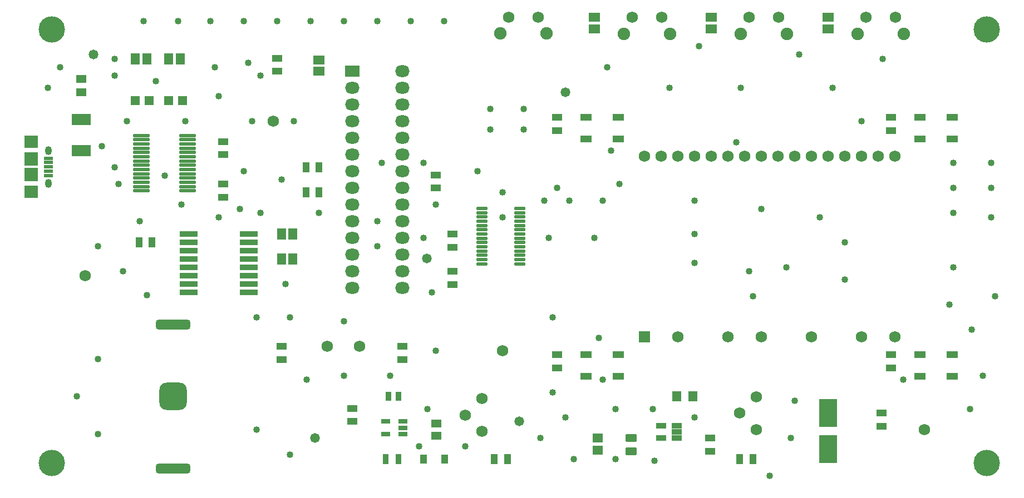
<source format=gbr>
%TF.GenerationSoftware,Altium Limited,CircuitMaker,2.0.2 (2.0.2.40)*%
G04 Layer_Color=20142*
%FSLAX25Y25*%
%MOIN*%
%TF.SameCoordinates,264C472C-E0F2-4512-9315-FB6CEB45B93E*%
%TF.FilePolarity,Negative*%
%TF.FileFunction,Soldermask,Top*%
%TF.Part,Single*%
G01*
G75*
%TA.AperFunction,SMDPad,CuDef*%
%ADD48C,0.06800*%
%ADD49R,0.05524X0.02965*%
%ADD50R,0.05918X0.04343*%
%ADD51R,0.10642X0.16548*%
%ADD52R,0.05524X0.06312*%
%ADD53R,0.04343X0.05918*%
%ADD54R,0.06312X0.05328*%
G04:AMPARAMS|DCode=55|XSize=67.06mil|YSize=47.37mil|CornerRadius=8.92mil|HoleSize=0mil|Usage=FLASHONLY|Rotation=0.000|XOffset=0mil|YOffset=0mil|HoleType=Round|Shape=RoundedRectangle|*
%AMROUNDEDRECTD55*
21,1,0.06706,0.02953,0,0,0.0*
21,1,0.04921,0.04737,0,0,0.0*
1,1,0.01784,0.02461,-0.01476*
1,1,0.01784,-0.02461,-0.01476*
1,1,0.01784,-0.02461,0.01476*
1,1,0.01784,0.02461,0.01476*
%
%ADD55ROUNDEDRECTD55*%
%ADD56R,0.05918X0.03556*%
%ADD57R,0.03800X0.05800*%
%ADD58R,0.04383X0.05603*%
%ADD59R,0.06115X0.04737*%
%ADD60R,0.03556X0.05918*%
%ADD61O,0.07099X0.02178*%
%ADD62R,0.06509X0.05328*%
%ADD63R,0.06706X0.04343*%
G04:AMPARAMS|DCode=64|XSize=58mil|YSize=208mil|CornerRadius=16.5mil|HoleSize=0mil|Usage=FLASHONLY|Rotation=270.000|XOffset=0mil|YOffset=0mil|HoleType=Round|Shape=RoundedRectangle|*
%AMROUNDEDRECTD64*
21,1,0.05800,0.17500,0,0,270.0*
21,1,0.02500,0.20800,0,0,270.0*
1,1,0.03300,-0.08750,-0.01250*
1,1,0.03300,-0.08750,0.01250*
1,1,0.03300,0.08750,0.01250*
1,1,0.03300,0.08750,-0.01250*
%
%ADD64ROUNDEDRECTD64*%
G04:AMPARAMS|DCode=65|XSize=164mil|YSize=164mil|CornerRadius=43mil|HoleSize=0mil|Usage=FLASHONLY|Rotation=90.000|XOffset=0mil|YOffset=0mil|HoleType=Round|Shape=RoundedRectangle|*
%AMROUNDEDRECTD65*
21,1,0.16400,0.07800,0,0,90.0*
21,1,0.07800,0.16400,0,0,90.0*
1,1,0.08600,0.03900,0.03900*
1,1,0.08600,0.03900,-0.03900*
1,1,0.08600,-0.03900,-0.03900*
1,1,0.08600,-0.03900,0.03900*
%
%ADD65ROUNDEDRECTD65*%
%ADD66R,0.05328X0.06509*%
%ADD67R,0.11036X0.03556*%
%ADD68R,0.05600X0.05600*%
%ADD69R,0.06312X0.04737*%
%ADD70R,0.11700X0.06900*%
%ADD71O,0.10249X0.02178*%
%TA.AperFunction,ConnectorPad*%
%ADD72R,0.07874X0.07480*%
%TA.AperFunction,SMDPad,CuDef*%
%ADD73R,0.07874X0.07874*%
%TA.AperFunction,ConnectorPad*%
%ADD74R,0.05709X0.01968*%
%TA.AperFunction,ComponentPad*%
%ADD75C,0.06800*%
%ADD76R,0.06800X0.06800*%
%ADD77C,0.07493*%
%ADD78O,0.08674X0.07099*%
%ADD79R,0.08674X0.07099*%
G04:AMPARAMS|DCode=80|XSize=53.15mil|YSize=41.34mil|CornerRadius=20.67mil|HoleSize=0mil|Usage=FLASHONLY|Rotation=270.000|XOffset=0mil|YOffset=0mil|HoleType=Round|Shape=RoundedRectangle|*
%AMROUNDEDRECTD80*
21,1,0.05315,0.00000,0,0,270.0*
21,1,0.01181,0.04134,0,0,270.0*
1,1,0.04134,0.00000,-0.00591*
1,1,0.04134,0.00000,0.00591*
1,1,0.04134,0.00000,0.00591*
1,1,0.04134,0.00000,-0.00591*
%
%ADD80ROUNDEDRECTD80*%
G04:AMPARAMS|DCode=81|XSize=64.96mil|YSize=41.34mil|CornerRadius=20.67mil|HoleSize=0mil|Usage=FLASHONLY|Rotation=0.000|XOffset=0mil|YOffset=0mil|HoleType=Round|Shape=RoundedRectangle|*
%AMROUNDEDRECTD81*
21,1,0.06496,0.00000,0,0,0.0*
21,1,0.02362,0.04134,0,0,0.0*
1,1,0.04134,0.01181,0.00000*
1,1,0.04134,-0.01181,0.00000*
1,1,0.04134,-0.01181,0.00000*
1,1,0.04134,0.01181,0.00000*
%
%ADD81ROUNDEDRECTD81*%
%TA.AperFunction,ViaPad*%
%ADD82C,0.04000*%
%ADD83C,0.05800*%
%ADD84C,0.15800*%
D48*
X252500Y375000D02*
D03*
X140000Y282500D02*
D03*
X390000Y237500D02*
D03*
X642500Y190000D02*
D03*
D49*
X330238Y187520D02*
D03*
Y191260D02*
D03*
Y195000D02*
D03*
X320000D02*
D03*
Y187520D02*
D03*
D50*
X616949Y200000D02*
D03*
Y192126D02*
D03*
X514449Y177126D02*
D03*
Y185000D02*
D03*
X300000Y202874D02*
D03*
Y195000D02*
D03*
X360000Y277126D02*
D03*
Y285000D02*
D03*
X350000Y335000D02*
D03*
Y342874D02*
D03*
X360000Y299626D02*
D03*
Y307500D02*
D03*
X622500Y377500D02*
D03*
Y369626D02*
D03*
X422500Y377500D02*
D03*
Y369626D02*
D03*
X622500Y235000D02*
D03*
Y227126D02*
D03*
X422500Y235000D02*
D03*
Y227126D02*
D03*
X255000Y405000D02*
D03*
Y412874D02*
D03*
X330000Y240000D02*
D03*
Y232126D02*
D03*
X257500Y240000D02*
D03*
Y232126D02*
D03*
X222500Y329626D02*
D03*
Y337500D02*
D03*
Y362874D02*
D03*
Y355000D02*
D03*
D51*
X585000Y178346D02*
D03*
Y200000D02*
D03*
D52*
X494449Y210000D02*
D03*
X503949D02*
D03*
D53*
X531949Y172500D02*
D03*
X539823D02*
D03*
X392874D02*
D03*
X385000D02*
D03*
X272126Y347500D02*
D03*
X280000D02*
D03*
X272126Y332500D02*
D03*
X280000D02*
D03*
X172126Y302500D02*
D03*
X180000D02*
D03*
D54*
X446949Y185000D02*
D03*
Y177717D02*
D03*
D55*
X466949Y185000D02*
D03*
Y177126D02*
D03*
D56*
X485000Y185020D02*
D03*
Y192500D02*
D03*
X494449D02*
D03*
Y188760D02*
D03*
Y185020D02*
D03*
D57*
X327500Y210000D02*
D03*
X321500D02*
D03*
D58*
X355374Y172500D02*
D03*
X342500D02*
D03*
D59*
X350119Y193721D02*
D03*
Y186634D02*
D03*
D60*
X327480Y172500D02*
D03*
X320000D02*
D03*
D61*
X400138Y322854D02*
D03*
Y320295D02*
D03*
Y317736D02*
D03*
Y315177D02*
D03*
Y312618D02*
D03*
Y310059D02*
D03*
Y307500D02*
D03*
Y304941D02*
D03*
Y302382D02*
D03*
Y299823D02*
D03*
Y297264D02*
D03*
Y294705D02*
D03*
Y292146D02*
D03*
Y289587D02*
D03*
X377500D02*
D03*
Y292146D02*
D03*
Y294705D02*
D03*
Y297264D02*
D03*
Y299823D02*
D03*
Y302382D02*
D03*
Y304941D02*
D03*
Y307500D02*
D03*
Y310059D02*
D03*
Y312618D02*
D03*
Y315177D02*
D03*
Y317736D02*
D03*
Y320295D02*
D03*
Y322854D02*
D03*
D62*
X280000Y405000D02*
D03*
Y411890D02*
D03*
X585000Y430610D02*
D03*
Y437500D02*
D03*
X515000Y430610D02*
D03*
Y437500D02*
D03*
X445000Y430610D02*
D03*
Y437500D02*
D03*
D63*
X659291Y222008D02*
D03*
Y235000D02*
D03*
X640000Y222008D02*
D03*
Y235000D02*
D03*
X459291Y364508D02*
D03*
Y377500D02*
D03*
X440000Y364508D02*
D03*
Y377500D02*
D03*
X659291Y364508D02*
D03*
Y377500D02*
D03*
X640000Y364508D02*
D03*
Y377500D02*
D03*
X459291Y222008D02*
D03*
Y235000D02*
D03*
X440000Y222008D02*
D03*
Y235000D02*
D03*
D64*
X192500Y166750D02*
D03*
Y253250D02*
D03*
D65*
Y210000D02*
D03*
D66*
X264390Y307500D02*
D03*
X257500D02*
D03*
X264390Y292500D02*
D03*
X257500D02*
D03*
X170000Y412500D02*
D03*
X176890D02*
D03*
X190000D02*
D03*
X196890D02*
D03*
D67*
X238110Y272500D02*
D03*
Y277500D02*
D03*
Y282500D02*
D03*
Y287500D02*
D03*
Y292500D02*
D03*
Y297500D02*
D03*
Y302500D02*
D03*
Y307500D02*
D03*
X201890Y272500D02*
D03*
Y277500D02*
D03*
Y282500D02*
D03*
Y287500D02*
D03*
Y292500D02*
D03*
Y297500D02*
D03*
Y302500D02*
D03*
Y307500D02*
D03*
D68*
X178334Y387500D02*
D03*
X170000D02*
D03*
X198334D02*
D03*
X190000D02*
D03*
D69*
X137500Y400374D02*
D03*
Y392500D02*
D03*
D70*
Y376300D02*
D03*
Y357500D02*
D03*
D71*
X201280Y333366D02*
D03*
Y335925D02*
D03*
Y338484D02*
D03*
Y341043D02*
D03*
Y343602D02*
D03*
Y346161D02*
D03*
Y348720D02*
D03*
Y351280D02*
D03*
Y353839D02*
D03*
Y356398D02*
D03*
Y358957D02*
D03*
Y361516D02*
D03*
Y364075D02*
D03*
Y366634D02*
D03*
X173720Y333366D02*
D03*
Y335925D02*
D03*
Y338484D02*
D03*
Y341043D02*
D03*
Y343602D02*
D03*
Y346161D02*
D03*
Y348720D02*
D03*
Y351280D02*
D03*
Y353839D02*
D03*
Y356398D02*
D03*
Y358957D02*
D03*
Y361516D02*
D03*
Y364075D02*
D03*
Y366634D02*
D03*
D72*
X107500Y332815D02*
D03*
Y362736D02*
D03*
D73*
Y343051D02*
D03*
Y352500D02*
D03*
D74*
X118032Y342657D02*
D03*
Y345217D02*
D03*
Y347776D02*
D03*
Y350335D02*
D03*
Y352894D02*
D03*
D75*
X475000Y354134D02*
D03*
X485000D02*
D03*
X495000D02*
D03*
X505000D02*
D03*
X515000D02*
D03*
X525000D02*
D03*
X535000D02*
D03*
X545000D02*
D03*
X555000D02*
D03*
X565000D02*
D03*
X575000D02*
D03*
X585000D02*
D03*
X595000D02*
D03*
X605000D02*
D03*
X615000D02*
D03*
X625000D02*
D03*
X545000Y245866D02*
D03*
X495000D02*
D03*
X525000D02*
D03*
X575000D02*
D03*
X605000D02*
D03*
X625000D02*
D03*
X411358Y437500D02*
D03*
X393642D02*
D03*
X541791Y209850D02*
D03*
X531949Y200000D02*
D03*
X541791Y190164D02*
D03*
X377619Y189134D02*
D03*
X367776Y198970D02*
D03*
X377619Y208819D02*
D03*
X607500Y437500D02*
D03*
X625217D02*
D03*
X537500D02*
D03*
X555217D02*
D03*
X467500D02*
D03*
X485217D02*
D03*
X285000Y240000D02*
D03*
X304213D02*
D03*
D76*
X475000Y245866D02*
D03*
D77*
X416280Y427658D02*
D03*
X388720D02*
D03*
X602579Y427657D02*
D03*
X630138D02*
D03*
X532579D02*
D03*
X560138D02*
D03*
X462579D02*
D03*
X490138D02*
D03*
D78*
X330000Y275000D02*
D03*
Y285000D02*
D03*
Y295000D02*
D03*
Y305000D02*
D03*
Y315000D02*
D03*
Y325000D02*
D03*
Y335000D02*
D03*
Y345000D02*
D03*
Y355000D02*
D03*
Y365000D02*
D03*
Y375000D02*
D03*
Y385000D02*
D03*
Y395000D02*
D03*
Y405000D02*
D03*
X300000Y275000D02*
D03*
Y285000D02*
D03*
Y295000D02*
D03*
Y305000D02*
D03*
Y315000D02*
D03*
Y325000D02*
D03*
Y335000D02*
D03*
Y345000D02*
D03*
Y355000D02*
D03*
Y365000D02*
D03*
Y375000D02*
D03*
Y385000D02*
D03*
Y395000D02*
D03*
D79*
Y405000D02*
D03*
D80*
X118032Y357618D02*
D03*
Y337933D02*
D03*
D81*
X107500Y333996D02*
D03*
Y361555D02*
D03*
D82*
X450000Y220000D02*
D03*
X490000Y395000D02*
D03*
X617500Y412500D02*
D03*
X587500Y395000D02*
D03*
X532500D02*
D03*
X452500Y407500D02*
D03*
X505000Y290000D02*
D03*
Y307500D02*
D03*
Y327500D02*
D03*
X540000Y270000D02*
D03*
X545000Y322500D02*
D03*
X595000Y280000D02*
D03*
Y302500D02*
D03*
X420000Y212500D02*
D03*
Y257500D02*
D03*
X660000Y287500D02*
D03*
X685000Y270000D02*
D03*
X671004Y250077D02*
D03*
X657500Y265000D02*
D03*
X677500Y222500D02*
D03*
X670000Y202500D02*
D03*
X630000Y220000D02*
D03*
X565000Y207500D02*
D03*
X562500Y185000D02*
D03*
X550000Y162500D02*
D03*
X457500Y202500D02*
D03*
X480000D02*
D03*
X505000Y197500D02*
D03*
X427500D02*
D03*
X412500Y185000D02*
D03*
X457500Y172500D02*
D03*
X432500D02*
D03*
X367500Y180000D02*
D03*
X345000Y202500D02*
D03*
X340000Y180000D02*
D03*
X350000Y237500D02*
D03*
X390000Y332500D02*
D03*
X375000Y345000D02*
D03*
X402500Y382500D02*
D03*
X382500D02*
D03*
Y370000D02*
D03*
X402500D02*
D03*
X530000Y362500D02*
D03*
X455000Y357500D02*
D03*
X445000Y305000D02*
D03*
X417500D02*
D03*
X450000Y327500D02*
D03*
X460000Y337500D02*
D03*
X605000Y375000D02*
D03*
X682500Y317500D02*
D03*
X660000Y320000D02*
D03*
X682500Y335000D02*
D03*
Y350000D02*
D03*
X660000Y335000D02*
D03*
Y350000D02*
D03*
X567500Y415000D02*
D03*
X507500Y420000D02*
D03*
X342500Y305000D02*
D03*
X347500Y272500D02*
D03*
X350000Y325000D02*
D03*
X342500Y350000D02*
D03*
X317500D02*
D03*
X315000Y300000D02*
D03*
Y315000D02*
D03*
X322500Y222500D02*
D03*
X262500Y175000D02*
D03*
X242500Y190000D02*
D03*
X272500Y220000D02*
D03*
X295000Y222500D02*
D03*
Y255000D02*
D03*
X262500Y257500D02*
D03*
X242500D02*
D03*
X147500Y187500D02*
D03*
Y232500D02*
D03*
X135000Y210000D02*
D03*
X182268Y399013D02*
D03*
X200000Y375000D02*
D03*
X187500Y342500D02*
D03*
X160000Y337500D02*
D03*
X150000Y360000D02*
D03*
X157500Y412500D02*
D03*
X117500Y395000D02*
D03*
X125000Y407500D02*
D03*
X177081Y270904D02*
D03*
X162500Y285000D02*
D03*
X147500Y300000D02*
D03*
X172500Y315000D02*
D03*
X197500Y325000D02*
D03*
X232500Y322500D02*
D03*
X220000Y317500D02*
D03*
X280000Y320000D02*
D03*
X257500Y340000D02*
D03*
X235000Y345000D02*
D03*
X240000Y375000D02*
D03*
X265000D02*
D03*
X245000Y402500D02*
D03*
X220000Y390000D02*
D03*
X217500Y407500D02*
D03*
X355000Y435000D02*
D03*
X335000D02*
D03*
X315000D02*
D03*
X295000D02*
D03*
X275000D02*
D03*
X255000D02*
D03*
X235000D02*
D03*
X215000D02*
D03*
X195558D02*
D03*
X175000D02*
D03*
X537500Y285000D02*
D03*
X560000Y287500D02*
D03*
X580000Y317500D02*
D03*
X422500Y335000D02*
D03*
X415000Y327500D02*
D03*
X430000D02*
D03*
X390000Y317500D02*
D03*
X447500Y245000D02*
D03*
X480900Y171552D02*
D03*
X260000Y277500D02*
D03*
X245000Y320000D02*
D03*
X237500Y410000D02*
D03*
X157500Y402500D02*
D03*
Y347500D02*
D03*
X165000Y375000D02*
D03*
D83*
X344494Y292826D02*
D03*
X400000Y195000D02*
D03*
X427500Y392500D02*
D03*
X277500Y185000D02*
D03*
X145000Y415000D02*
D03*
D84*
X120000Y430000D02*
D03*
X680000Y170000D02*
D03*
Y430000D02*
D03*
X120000Y170000D02*
D03*
%TF.MD5,1d620bb07b6df7be2c3b6f492f5db151*%
M02*

</source>
